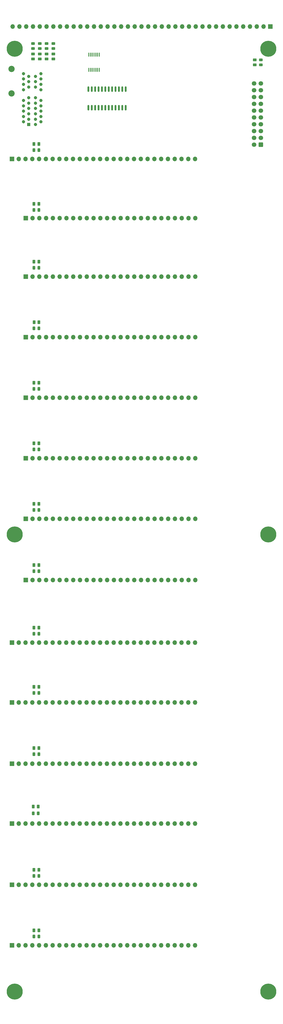
<source format=gbr>
%TF.GenerationSoftware,KiCad,Pcbnew,(6.0.0-0)*%
%TF.CreationDate,2022-06-01T15:30:02-04:00*%
%TF.ProjectId,cpu-input-output-control,6370752d-696e-4707-9574-2d6f75747075,rev?*%
%TF.SameCoordinates,Original*%
%TF.FileFunction,Soldermask,Top*%
%TF.FilePolarity,Negative*%
%FSLAX46Y46*%
G04 Gerber Fmt 4.6, Leading zero omitted, Abs format (unit mm)*
G04 Created by KiCad (PCBNEW (6.0.0-0)) date 2022-06-01 15:30:02*
%MOMM*%
%LPD*%
G01*
G04 APERTURE LIST*
G04 Aperture macros list*
%AMRoundRect*
0 Rectangle with rounded corners*
0 $1 Rounding radius*
0 $2 $3 $4 $5 $6 $7 $8 $9 X,Y pos of 4 corners*
0 Add a 4 corners polygon primitive as box body*
4,1,4,$2,$3,$4,$5,$6,$7,$8,$9,$2,$3,0*
0 Add four circle primitives for the rounded corners*
1,1,$1+$1,$2,$3*
1,1,$1+$1,$4,$5*
1,1,$1+$1,$6,$7*
1,1,$1+$1,$8,$9*
0 Add four rect primitives between the rounded corners*
20,1,$1+$1,$2,$3,$4,$5,0*
20,1,$1+$1,$4,$5,$6,$7,0*
20,1,$1+$1,$6,$7,$8,$9,0*
20,1,$1+$1,$8,$9,$2,$3,0*%
G04 Aperture macros list end*
%ADD10RoundRect,0.250000X0.450000X-0.262500X0.450000X0.262500X-0.450000X0.262500X-0.450000X-0.262500X0*%
%ADD11RoundRect,0.250000X0.262500X0.450000X-0.262500X0.450000X-0.262500X-0.450000X0.262500X-0.450000X0*%
%ADD12RoundRect,0.243750X0.456250X-0.243750X0.456250X0.243750X-0.456250X0.243750X-0.456250X-0.243750X0*%
%ADD13R,1.700000X1.700000*%
%ADD14O,1.700000X1.700000*%
%ADD15C,0.800000*%
%ADD16C,6.000000*%
%ADD17RoundRect,0.243750X-0.243750X-0.456250X0.243750X-0.456250X0.243750X0.456250X-0.243750X0.456250X0*%
%ADD18RoundRect,0.250000X-0.450000X0.262500X-0.450000X-0.262500X0.450000X-0.262500X0.450000X0.262500X0*%
%ADD19C,1.208000*%
%ADD20R,1.208000X1.208000*%
%ADD21C,2.350000*%
%ADD22RoundRect,0.250000X0.600000X0.600000X-0.600000X0.600000X-0.600000X-0.600000X0.600000X-0.600000X0*%
%ADD23C,1.700000*%
%ADD24RoundRect,0.100000X0.100000X-0.637500X0.100000X0.637500X-0.100000X0.637500X-0.100000X-0.637500X0*%
%ADD25RoundRect,0.150000X0.150000X-0.837500X0.150000X0.837500X-0.150000X0.837500X-0.150000X-0.837500X0*%
G04 APERTURE END LIST*
D10*
%TO.C,R19*%
X141986000Y-104798500D03*
X141986000Y-102973500D03*
%TD*%
D11*
%TO.C,R18*%
X61110500Y-156718000D03*
X59285500Y-156718000D03*
%TD*%
%TO.C,R17*%
X61110500Y-178308000D03*
X59285500Y-178308000D03*
%TD*%
%TO.C,R16*%
X61125500Y-200914000D03*
X59300500Y-200914000D03*
%TD*%
%TO.C,R15*%
X61110500Y-223520000D03*
X59285500Y-223520000D03*
%TD*%
%TO.C,R14*%
X61110500Y-246126000D03*
X59285500Y-246126000D03*
%TD*%
%TO.C,R13*%
X61110500Y-268732000D03*
X59285500Y-268732000D03*
%TD*%
%TO.C,R12*%
X61110500Y-291592000D03*
X59285500Y-291592000D03*
%TD*%
%TO.C,R11*%
X61110500Y-314960000D03*
X59285500Y-314960000D03*
%TD*%
%TO.C,R10*%
X61110500Y-134366000D03*
X59285500Y-134366000D03*
%TD*%
%TO.C,R9*%
X61110500Y-337058000D03*
X59285500Y-337058000D03*
%TD*%
%TO.C,R8*%
X61110500Y-359918000D03*
X59285500Y-359918000D03*
%TD*%
%TO.C,R7*%
X59031500Y-381762000D03*
X60856500Y-381762000D03*
%TD*%
%TO.C,R6*%
X61110500Y-405384000D03*
X59285500Y-405384000D03*
%TD*%
%TO.C,R5*%
X61110500Y-427990000D03*
X59285500Y-427990000D03*
%TD*%
D12*
%TO.C,D19*%
X144272000Y-102948500D03*
X144272000Y-104823500D03*
%TD*%
D13*
%TO.C,J3*%
X147828000Y-90506000D03*
D14*
X145288000Y-90506000D03*
X142748000Y-90506000D03*
X140208000Y-90506000D03*
X137668000Y-90506000D03*
X135128000Y-90506000D03*
X132588000Y-90506000D03*
X130048000Y-90506000D03*
X127508000Y-90506000D03*
X124968000Y-90506000D03*
X122428000Y-90506000D03*
X119888000Y-90506000D03*
X117348000Y-90506000D03*
X114808000Y-90506000D03*
X112268000Y-90506000D03*
X109728000Y-90506000D03*
X107188000Y-90506000D03*
X104648000Y-90506000D03*
X102108000Y-90506000D03*
X99568000Y-90506000D03*
X97028000Y-90506000D03*
X94488000Y-90506000D03*
X91948000Y-90506000D03*
X89408000Y-90506000D03*
X86868000Y-90506000D03*
X84328000Y-90506000D03*
X81788000Y-90506000D03*
X79248000Y-90506000D03*
X76708000Y-90506000D03*
X74168000Y-90506000D03*
X71628000Y-90506000D03*
X69088000Y-90506000D03*
X66548000Y-90506000D03*
X64008000Y-90506000D03*
X61468000Y-90506000D03*
X58928000Y-90506000D03*
X56388000Y-90506000D03*
X53848000Y-90506000D03*
X51308000Y-90506000D03*
%TD*%
D15*
%TO.C,REF\u002A\u002A*%
X145475010Y-281752990D03*
X149316000Y-280162000D03*
X147066000Y-282412000D03*
X147066000Y-277912000D03*
X148656990Y-278571010D03*
X148656990Y-281752990D03*
X145475010Y-278571010D03*
D16*
X147066000Y-280162000D03*
D15*
X144816000Y-280162000D03*
%TD*%
%TO.C,REF\u002A\u002A*%
X50479010Y-281752990D03*
X54320000Y-280162000D03*
X52070000Y-282412000D03*
X52070000Y-277912000D03*
X53660990Y-278571010D03*
X53660990Y-281752990D03*
X50479010Y-278571010D03*
D16*
X52070000Y-280162000D03*
D15*
X49820000Y-280162000D03*
%TD*%
%TO.C,REF\u002A\u002A*%
X145475010Y-452440990D03*
X149316000Y-450850000D03*
X147066000Y-453100000D03*
X147066000Y-448600000D03*
X148656990Y-449259010D03*
X148656990Y-452440990D03*
X145475010Y-449259010D03*
D16*
X147066000Y-450850000D03*
D15*
X144816000Y-450850000D03*
%TD*%
%TO.C,REF\u002A\u002A*%
X50479010Y-452440990D03*
X54320000Y-450850000D03*
X52070000Y-453100000D03*
X52070000Y-448600000D03*
X53660990Y-449259010D03*
X53660990Y-452440990D03*
X50479010Y-449259010D03*
D16*
X52070000Y-450850000D03*
D15*
X49820000Y-450850000D03*
%TD*%
%TO.C,REF\u002A\u002A*%
X50479010Y-100396990D03*
X54320000Y-98806000D03*
X52070000Y-101056000D03*
X52070000Y-96556000D03*
X53660990Y-97215010D03*
X53660990Y-100396990D03*
X50479010Y-97215010D03*
D16*
X52070000Y-98806000D03*
D15*
X49820000Y-98806000D03*
%TD*%
D16*
%TO.C,REF\u002A\u002A*%
X147066000Y-98806000D03*
D15*
X149316000Y-98806000D03*
X148656990Y-100396990D03*
X147066000Y-101056000D03*
X145475010Y-100396990D03*
X144816000Y-98806000D03*
X145475010Y-97215010D03*
X147066000Y-96556000D03*
X148656990Y-97215010D03*
%TD*%
D13*
%TO.C,J18*%
X51054000Y-433578000D03*
D14*
X53594000Y-433578000D03*
X56134000Y-433578000D03*
X58674000Y-433578000D03*
X61214000Y-433578000D03*
X63754000Y-433578000D03*
X66294000Y-433578000D03*
X68834000Y-433578000D03*
X71374000Y-433578000D03*
X73914000Y-433578000D03*
X76454000Y-433578000D03*
X78994000Y-433578000D03*
X81534000Y-433578000D03*
X84074000Y-433578000D03*
X86614000Y-433578000D03*
X89154000Y-433578000D03*
X91694000Y-433578000D03*
X94234000Y-433578000D03*
X96774000Y-433578000D03*
X99314000Y-433578000D03*
X101854000Y-433578000D03*
X104394000Y-433578000D03*
X106934000Y-433578000D03*
X109474000Y-433578000D03*
X112014000Y-433578000D03*
X114554000Y-433578000D03*
X117094000Y-433578000D03*
X119634000Y-433578000D03*
%TD*%
D13*
%TO.C,J16*%
X51054000Y-410972000D03*
D14*
X53594000Y-410972000D03*
X56134000Y-410972000D03*
X58674000Y-410972000D03*
X61214000Y-410972000D03*
X63754000Y-410972000D03*
X66294000Y-410972000D03*
X68834000Y-410972000D03*
X71374000Y-410972000D03*
X73914000Y-410972000D03*
X76454000Y-410972000D03*
X78994000Y-410972000D03*
X81534000Y-410972000D03*
X84074000Y-410972000D03*
X86614000Y-410972000D03*
X89154000Y-410972000D03*
X91694000Y-410972000D03*
X94234000Y-410972000D03*
X96774000Y-410972000D03*
X99314000Y-410972000D03*
X101854000Y-410972000D03*
X104394000Y-410972000D03*
X106934000Y-410972000D03*
X109474000Y-410972000D03*
X112014000Y-410972000D03*
X114554000Y-410972000D03*
X117094000Y-410972000D03*
X119634000Y-410972000D03*
%TD*%
D13*
%TO.C,J14*%
X51054000Y-388112000D03*
D14*
X53594000Y-388112000D03*
X56134000Y-388112000D03*
X58674000Y-388112000D03*
X61214000Y-388112000D03*
X63754000Y-388112000D03*
X66294000Y-388112000D03*
X68834000Y-388112000D03*
X71374000Y-388112000D03*
X73914000Y-388112000D03*
X76454000Y-388112000D03*
X78994000Y-388112000D03*
X81534000Y-388112000D03*
X84074000Y-388112000D03*
X86614000Y-388112000D03*
X89154000Y-388112000D03*
X91694000Y-388112000D03*
X94234000Y-388112000D03*
X96774000Y-388112000D03*
X99314000Y-388112000D03*
X101854000Y-388112000D03*
X104394000Y-388112000D03*
X106934000Y-388112000D03*
X109474000Y-388112000D03*
X112014000Y-388112000D03*
X114554000Y-388112000D03*
X117094000Y-388112000D03*
X119634000Y-388112000D03*
%TD*%
D13*
%TO.C,J11*%
X51054000Y-365760000D03*
D14*
X53594000Y-365760000D03*
X56134000Y-365760000D03*
X58674000Y-365760000D03*
X61214000Y-365760000D03*
X63754000Y-365760000D03*
X66294000Y-365760000D03*
X68834000Y-365760000D03*
X71374000Y-365760000D03*
X73914000Y-365760000D03*
X76454000Y-365760000D03*
X78994000Y-365760000D03*
X81534000Y-365760000D03*
X84074000Y-365760000D03*
X86614000Y-365760000D03*
X89154000Y-365760000D03*
X91694000Y-365760000D03*
X94234000Y-365760000D03*
X96774000Y-365760000D03*
X99314000Y-365760000D03*
X101854000Y-365760000D03*
X104394000Y-365760000D03*
X106934000Y-365760000D03*
X109474000Y-365760000D03*
X112014000Y-365760000D03*
X114554000Y-365760000D03*
X117094000Y-365760000D03*
X119634000Y-365760000D03*
%TD*%
D13*
%TO.C,J8*%
X51054000Y-342900000D03*
D14*
X53594000Y-342900000D03*
X56134000Y-342900000D03*
X58674000Y-342900000D03*
X61214000Y-342900000D03*
X63754000Y-342900000D03*
X66294000Y-342900000D03*
X68834000Y-342900000D03*
X71374000Y-342900000D03*
X73914000Y-342900000D03*
X76454000Y-342900000D03*
X78994000Y-342900000D03*
X81534000Y-342900000D03*
X84074000Y-342900000D03*
X86614000Y-342900000D03*
X89154000Y-342900000D03*
X91694000Y-342900000D03*
X94234000Y-342900000D03*
X96774000Y-342900000D03*
X99314000Y-342900000D03*
X101854000Y-342900000D03*
X104394000Y-342900000D03*
X106934000Y-342900000D03*
X109474000Y-342900000D03*
X112014000Y-342900000D03*
X114554000Y-342900000D03*
X117094000Y-342900000D03*
X119634000Y-342900000D03*
%TD*%
D13*
%TO.C,J6*%
X51069000Y-139929000D03*
D14*
X53609000Y-139929000D03*
X56149000Y-139929000D03*
X58689000Y-139929000D03*
X61229000Y-139929000D03*
X63769000Y-139929000D03*
X66309000Y-139929000D03*
X68849000Y-139929000D03*
X71389000Y-139929000D03*
X73929000Y-139929000D03*
X76469000Y-139929000D03*
X79009000Y-139929000D03*
X81549000Y-139929000D03*
X84089000Y-139929000D03*
X86629000Y-139929000D03*
X89169000Y-139929000D03*
X91709000Y-139929000D03*
X94249000Y-139929000D03*
X96789000Y-139929000D03*
X99329000Y-139929000D03*
X101869000Y-139929000D03*
X104409000Y-139929000D03*
X106949000Y-139929000D03*
X109489000Y-139929000D03*
X112029000Y-139929000D03*
X114569000Y-139929000D03*
X117109000Y-139929000D03*
X119649000Y-139929000D03*
%TD*%
D13*
%TO.C,J2*%
X51054000Y-320548000D03*
D14*
X53594000Y-320548000D03*
X56134000Y-320548000D03*
X58674000Y-320548000D03*
X61214000Y-320548000D03*
X63754000Y-320548000D03*
X66294000Y-320548000D03*
X68834000Y-320548000D03*
X71374000Y-320548000D03*
X73914000Y-320548000D03*
X76454000Y-320548000D03*
X78994000Y-320548000D03*
X81534000Y-320548000D03*
X84074000Y-320548000D03*
X86614000Y-320548000D03*
X89154000Y-320548000D03*
X91694000Y-320548000D03*
X94234000Y-320548000D03*
X96774000Y-320548000D03*
X99314000Y-320548000D03*
X101854000Y-320548000D03*
X104394000Y-320548000D03*
X106934000Y-320548000D03*
X109474000Y-320548000D03*
X112014000Y-320548000D03*
X114554000Y-320548000D03*
X117094000Y-320548000D03*
X119634000Y-320548000D03*
%TD*%
D13*
%TO.C,J17*%
X56159000Y-297180000D03*
D14*
X58699000Y-297180000D03*
X61239000Y-297180000D03*
X63779000Y-297180000D03*
X66319000Y-297180000D03*
X68859000Y-297180000D03*
X71399000Y-297180000D03*
X73939000Y-297180000D03*
X76479000Y-297180000D03*
X79019000Y-297180000D03*
X81559000Y-297180000D03*
X84099000Y-297180000D03*
X86639000Y-297180000D03*
X89179000Y-297180000D03*
X91719000Y-297180000D03*
X94259000Y-297180000D03*
X96799000Y-297180000D03*
X99339000Y-297180000D03*
X101879000Y-297180000D03*
X104419000Y-297180000D03*
X106959000Y-297180000D03*
X109499000Y-297180000D03*
X112039000Y-297180000D03*
X114579000Y-297180000D03*
X117119000Y-297180000D03*
X119659000Y-297180000D03*
%TD*%
%TO.C,J15*%
X119659000Y-274320000D03*
X117119000Y-274320000D03*
X114579000Y-274320000D03*
X112039000Y-274320000D03*
X109499000Y-274320000D03*
X106959000Y-274320000D03*
X104419000Y-274320000D03*
X101879000Y-274320000D03*
X99339000Y-274320000D03*
X96799000Y-274320000D03*
X94259000Y-274320000D03*
X91719000Y-274320000D03*
X89179000Y-274320000D03*
X86639000Y-274320000D03*
X84099000Y-274320000D03*
X81559000Y-274320000D03*
X79019000Y-274320000D03*
X76479000Y-274320000D03*
X73939000Y-274320000D03*
X71399000Y-274320000D03*
X68859000Y-274320000D03*
X66319000Y-274320000D03*
X63779000Y-274320000D03*
X61239000Y-274320000D03*
X58699000Y-274320000D03*
D13*
X56159000Y-274320000D03*
%TD*%
%TO.C,J13*%
X56159000Y-251714000D03*
D14*
X58699000Y-251714000D03*
X61239000Y-251714000D03*
X63779000Y-251714000D03*
X66319000Y-251714000D03*
X68859000Y-251714000D03*
X71399000Y-251714000D03*
X73939000Y-251714000D03*
X76479000Y-251714000D03*
X79019000Y-251714000D03*
X81559000Y-251714000D03*
X84099000Y-251714000D03*
X86639000Y-251714000D03*
X89179000Y-251714000D03*
X91719000Y-251714000D03*
X94259000Y-251714000D03*
X96799000Y-251714000D03*
X99339000Y-251714000D03*
X101879000Y-251714000D03*
X104419000Y-251714000D03*
X106959000Y-251714000D03*
X109499000Y-251714000D03*
X112039000Y-251714000D03*
X114579000Y-251714000D03*
X117119000Y-251714000D03*
X119659000Y-251714000D03*
%TD*%
D13*
%TO.C,J10*%
X56159000Y-229108000D03*
D14*
X58699000Y-229108000D03*
X61239000Y-229108000D03*
X63779000Y-229108000D03*
X66319000Y-229108000D03*
X68859000Y-229108000D03*
X71399000Y-229108000D03*
X73939000Y-229108000D03*
X76479000Y-229108000D03*
X79019000Y-229108000D03*
X81559000Y-229108000D03*
X84099000Y-229108000D03*
X86639000Y-229108000D03*
X89179000Y-229108000D03*
X91719000Y-229108000D03*
X94259000Y-229108000D03*
X96799000Y-229108000D03*
X99339000Y-229108000D03*
X101879000Y-229108000D03*
X104419000Y-229108000D03*
X106959000Y-229108000D03*
X109499000Y-229108000D03*
X112039000Y-229108000D03*
X114579000Y-229108000D03*
X117119000Y-229108000D03*
X119659000Y-229108000D03*
%TD*%
D13*
%TO.C,J7*%
X56159000Y-206502000D03*
D14*
X58699000Y-206502000D03*
X61239000Y-206502000D03*
X63779000Y-206502000D03*
X66319000Y-206502000D03*
X68859000Y-206502000D03*
X71399000Y-206502000D03*
X73939000Y-206502000D03*
X76479000Y-206502000D03*
X79019000Y-206502000D03*
X81559000Y-206502000D03*
X84099000Y-206502000D03*
X86639000Y-206502000D03*
X89179000Y-206502000D03*
X91719000Y-206502000D03*
X94259000Y-206502000D03*
X96799000Y-206502000D03*
X99339000Y-206502000D03*
X101879000Y-206502000D03*
X104419000Y-206502000D03*
X106959000Y-206502000D03*
X109499000Y-206502000D03*
X112039000Y-206502000D03*
X114579000Y-206502000D03*
X117119000Y-206502000D03*
X119659000Y-206502000D03*
%TD*%
D13*
%TO.C,J5*%
X56159000Y-183871000D03*
D14*
X58699000Y-183871000D03*
X61239000Y-183871000D03*
X63779000Y-183871000D03*
X66319000Y-183871000D03*
X68859000Y-183871000D03*
X71399000Y-183871000D03*
X73939000Y-183871000D03*
X76479000Y-183871000D03*
X79019000Y-183871000D03*
X81559000Y-183871000D03*
X84099000Y-183871000D03*
X86639000Y-183871000D03*
X89179000Y-183871000D03*
X91719000Y-183871000D03*
X94259000Y-183871000D03*
X96799000Y-183871000D03*
X99339000Y-183871000D03*
X101879000Y-183871000D03*
X104419000Y-183871000D03*
X106959000Y-183871000D03*
X109499000Y-183871000D03*
X112039000Y-183871000D03*
X114579000Y-183871000D03*
X117119000Y-183871000D03*
X119659000Y-183871000D03*
%TD*%
D13*
%TO.C,J1*%
X56159000Y-162052000D03*
D14*
X58699000Y-162052000D03*
X61239000Y-162052000D03*
X63779000Y-162052000D03*
X66319000Y-162052000D03*
X68859000Y-162052000D03*
X71399000Y-162052000D03*
X73939000Y-162052000D03*
X76479000Y-162052000D03*
X79019000Y-162052000D03*
X81559000Y-162052000D03*
X84099000Y-162052000D03*
X86639000Y-162052000D03*
X89179000Y-162052000D03*
X91719000Y-162052000D03*
X94259000Y-162052000D03*
X96799000Y-162052000D03*
X99339000Y-162052000D03*
X101879000Y-162052000D03*
X104419000Y-162052000D03*
X106959000Y-162052000D03*
X109499000Y-162052000D03*
X112039000Y-162052000D03*
X114579000Y-162052000D03*
X117119000Y-162052000D03*
X119659000Y-162052000D03*
%TD*%
D17*
%TO.C,D18*%
X59245500Y-159004000D03*
X61120500Y-159004000D03*
%TD*%
%TO.C,D17*%
X59245500Y-180594000D03*
X61120500Y-180594000D03*
%TD*%
%TO.C,D16*%
X59260500Y-203200000D03*
X61135500Y-203200000D03*
%TD*%
%TO.C,D15*%
X59245500Y-225806000D03*
X61120500Y-225806000D03*
%TD*%
%TO.C,D14*%
X59245500Y-248412000D03*
X61120500Y-248412000D03*
%TD*%
%TO.C,D13*%
X59245500Y-271018000D03*
X61120500Y-271018000D03*
%TD*%
%TO.C,D12*%
X59245500Y-293878000D03*
X61120500Y-293878000D03*
%TD*%
%TO.C,D11*%
X59245500Y-317246000D03*
X61120500Y-317246000D03*
%TD*%
%TO.C,D10*%
X59245500Y-136652000D03*
X61120500Y-136652000D03*
%TD*%
%TO.C,D9*%
X59245500Y-339344000D03*
X61120500Y-339344000D03*
%TD*%
%TO.C,D8*%
X59245500Y-362204000D03*
X61120500Y-362204000D03*
%TD*%
%TO.C,D7*%
X58991500Y-384302000D03*
X60866500Y-384302000D03*
%TD*%
%TO.C,D6*%
X59245500Y-407670000D03*
X61120500Y-407670000D03*
%TD*%
%TO.C,D5*%
X59245500Y-430276000D03*
X61120500Y-430276000D03*
%TD*%
D18*
%TO.C,R4*%
X66548000Y-100766000D03*
X66548000Y-102591000D03*
%TD*%
%TO.C,R3*%
X64008000Y-100766000D03*
X64008000Y-102591000D03*
%TD*%
%TO.C,R2*%
X61468000Y-100766000D03*
X61468000Y-102591000D03*
%TD*%
%TO.C,R1*%
X58928000Y-102591000D03*
X58928000Y-100766000D03*
%TD*%
D12*
%TO.C,D4*%
X66548000Y-98727500D03*
X66548000Y-96852500D03*
%TD*%
%TO.C,D3*%
X64008000Y-98727500D03*
X64008000Y-96852500D03*
%TD*%
%TO.C,D2*%
X61468000Y-98727500D03*
X61468000Y-96852500D03*
%TD*%
%TO.C,D1*%
X58928000Y-96852500D03*
X58928000Y-98727500D03*
%TD*%
D19*
%TO.C,J9*%
X61836000Y-108102000D03*
X59836000Y-109102000D03*
X61836000Y-110102000D03*
X59836000Y-111102000D03*
X61836000Y-112102000D03*
X59836000Y-113102000D03*
X61836000Y-114102000D03*
X59836000Y-117102000D03*
X61836000Y-118102000D03*
X59836000Y-119102000D03*
X61836000Y-120102000D03*
X59836000Y-121102000D03*
X61836000Y-122102000D03*
X59836000Y-123102000D03*
X61836000Y-124102000D03*
X59836000Y-125102000D03*
X61836000Y-126102000D03*
X59836000Y-127102000D03*
X55336000Y-108102000D03*
X57336000Y-109102000D03*
X55336000Y-110102000D03*
X57336000Y-111102000D03*
X55336000Y-112102000D03*
X57336000Y-113102000D03*
X55336000Y-114102000D03*
X57336000Y-117102000D03*
X55336000Y-118102000D03*
X57336000Y-119102000D03*
X55336000Y-120102000D03*
X57336000Y-121102000D03*
X55336000Y-122102000D03*
X57336000Y-123102000D03*
X55336000Y-124102000D03*
X57336000Y-125102000D03*
X55336000Y-126102000D03*
D20*
X57336000Y-127102000D03*
D21*
X50836000Y-115452000D03*
X50836000Y-106302000D03*
%TD*%
D22*
%TO.C,J12*%
X144262500Y-134620000D03*
D23*
X144262500Y-132080000D03*
X144262500Y-129540000D03*
X144262500Y-127000000D03*
X144262500Y-124460000D03*
X144262500Y-121920000D03*
X144262500Y-119380000D03*
X144262500Y-116840000D03*
X144262500Y-114300000D03*
X144262500Y-111760000D03*
X141722500Y-134620000D03*
X141722500Y-132080000D03*
X141722500Y-129540000D03*
X141722500Y-127000000D03*
X141722500Y-124460000D03*
X141722500Y-121920000D03*
X141722500Y-119380000D03*
X141722500Y-116840000D03*
X141722500Y-114300000D03*
X141722500Y-111760000D03*
%TD*%
D24*
%TO.C,U1*%
X79808000Y-106718500D03*
X80458000Y-106718500D03*
X81108000Y-106718500D03*
X81758000Y-106718500D03*
X82408000Y-106718500D03*
X83058000Y-106718500D03*
X83708000Y-106718500D03*
X83708000Y-100993500D03*
X83058000Y-100993500D03*
X82408000Y-100993500D03*
X81758000Y-100993500D03*
X81108000Y-100993500D03*
X80458000Y-100993500D03*
X79808000Y-100993500D03*
%TD*%
D25*
%TO.C,U2*%
X79629000Y-113885500D03*
X80899000Y-113885500D03*
X82169000Y-113885500D03*
X83439000Y-113885500D03*
X84709000Y-113885500D03*
X85979000Y-113885500D03*
X87249000Y-113885500D03*
X88519000Y-113885500D03*
X89789000Y-113885500D03*
X91059000Y-113885500D03*
X92329000Y-113885500D03*
X93599000Y-113885500D03*
X93599000Y-120810500D03*
X92329000Y-120810500D03*
X91059000Y-120810500D03*
X89789000Y-120810500D03*
X88519000Y-120810500D03*
X87249000Y-120810500D03*
X85979000Y-120810500D03*
X84709000Y-120810500D03*
X83439000Y-120810500D03*
X82169000Y-120810500D03*
X80899000Y-120810500D03*
X79629000Y-120810500D03*
%TD*%
M02*

</source>
